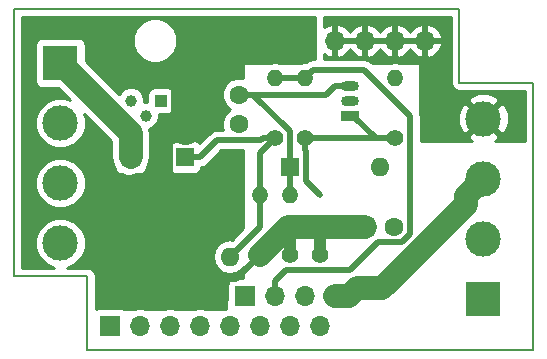
<source format=gtl>
G04 #@! TF.FileFunction,Copper,L1,Top,Signal*
%FSLAX46Y46*%
G04 Gerber Fmt 4.6, Leading zero omitted, Abs format (unit mm)*
G04 Created by KiCad (PCBNEW 4.0.7) date 07/23/18 00:18:48*
%MOMM*%
%LPD*%
G01*
G04 APERTURE LIST*
%ADD10C,0.100000*%
%ADD11C,0.150000*%
%ADD12R,1.600000X1.600000*%
%ADD13C,1.600000*%
%ADD14C,1.000000*%
%ADD15R,1.000000X1.000000*%
%ADD16C,3.000000*%
%ADD17R,3.000000X3.000000*%
%ADD18O,1.600000X1.600000*%
%ADD19O,1.500000X0.900000*%
%ADD20R,1.500000X0.900000*%
%ADD21R,1.500000X1.600000*%
%ADD22R,6.500000X6.700000*%
%ADD23R,3.100000X3.200000*%
%ADD24R,1.700000X1.700000*%
%ADD25O,1.700000X1.700000*%
%ADD26C,1.400000*%
%ADD27O,1.400000X1.400000*%
%ADD28C,0.250000*%
%ADD29C,2.000000*%
%ADD30C,0.500000*%
%ADD31C,1.000000*%
%ADD32C,3.000000*%
%ADD33C,0.254000*%
G04 APERTURE END LIST*
D10*
D11*
X140462000Y-106299000D02*
X140462000Y-83693000D01*
X146685000Y-106299000D02*
X140462000Y-106299000D01*
X146685000Y-112522000D02*
X146685000Y-106299000D01*
X184404000Y-112522000D02*
X146685000Y-112522000D01*
X184404000Y-89916000D02*
X184404000Y-112522000D01*
X178181000Y-89916000D02*
X184404000Y-89916000D01*
X178181000Y-83693000D02*
X178181000Y-89916000D01*
X140462000Y-83693000D02*
X178181000Y-83693000D01*
D12*
X170180000Y-102108000D03*
D13*
X172680000Y-102108000D03*
D14*
X151638000Y-92710000D03*
X150368000Y-91440000D03*
D15*
X152908000Y-91440000D03*
D16*
X144399000Y-93345000D03*
X144399000Y-98425000D03*
D17*
X144399000Y-88265000D03*
D16*
X144399000Y-103505000D03*
D13*
X159512000Y-90932000D03*
X159512000Y-93432000D03*
D12*
X163830000Y-97028000D03*
D18*
X171450000Y-97028000D03*
D12*
X158750000Y-97028000D03*
D18*
X158750000Y-104648000D03*
D16*
X180213000Y-103124000D03*
X180213000Y-98044000D03*
D17*
X180213000Y-108204000D03*
D16*
X180213000Y-92964000D03*
D19*
X168910000Y-91440000D03*
X168910000Y-90170000D03*
D20*
X168910000Y-92710000D03*
D21*
X154940000Y-96240000D03*
X150340000Y-96240000D03*
D22*
X152640000Y-102390000D03*
D23*
X150940000Y-104140000D03*
X154340000Y-100640000D03*
X154340000Y-104140000D03*
X150940000Y-100640000D03*
D24*
X157480000Y-86360000D03*
D25*
X160020000Y-86360000D03*
X162560000Y-86360000D03*
X165100000Y-86360000D03*
X167640000Y-86360000D03*
X170180000Y-86360000D03*
X172720000Y-86360000D03*
X175260000Y-86360000D03*
D24*
X148590000Y-110490000D03*
D25*
X151130000Y-110490000D03*
X153670000Y-110490000D03*
X156210000Y-110490000D03*
X158750000Y-110490000D03*
X161290000Y-110490000D03*
X163830000Y-110490000D03*
X166370000Y-110490000D03*
D24*
X160020000Y-107950000D03*
D25*
X162560000Y-107950000D03*
X165100000Y-107950000D03*
X167640000Y-107950000D03*
D26*
X166370000Y-104521000D03*
D27*
X161290000Y-104521000D03*
D26*
X172720000Y-94615000D03*
D27*
X172720000Y-89535000D03*
D26*
X163830000Y-104521000D03*
D27*
X163830000Y-99441000D03*
D26*
X165100000Y-94615000D03*
D27*
X165100000Y-89535000D03*
D26*
X161290000Y-104521000D03*
D27*
X161290000Y-99441000D03*
D26*
X162560000Y-94615000D03*
D27*
X162560000Y-89535000D03*
D14*
X152654000Y-104190800D03*
X152654000Y-100609400D03*
X154330400Y-102412800D03*
X151003000Y-102438200D03*
X152640000Y-102390000D03*
X150940000Y-100640000D03*
X154340000Y-100640000D03*
X154340000Y-104190000D03*
X150940000Y-104140000D03*
D28*
X158750000Y-97028000D02*
X158750000Y-98078000D01*
X158750000Y-98078000D02*
X156188000Y-100640000D01*
X156188000Y-100640000D02*
X156140000Y-100640000D01*
X156140000Y-100640000D02*
X154340000Y-100640000D01*
D29*
X152889999Y-97028000D02*
X152889999Y-95504000D01*
X152889999Y-95504000D02*
X152889999Y-94399999D01*
D30*
X156699999Y-106549999D02*
X152889999Y-102739999D01*
X152889999Y-102739999D02*
X152889999Y-95504000D01*
X154340000Y-104190000D02*
X154340000Y-104140000D01*
X159261001Y-106549999D02*
X156699999Y-106549999D01*
X156699999Y-106549999D02*
X154340000Y-104190000D01*
D29*
X152889999Y-99189999D02*
X152889999Y-97028000D01*
D30*
X154703200Y-102658600D02*
X152889999Y-100845399D01*
X152889999Y-100845399D02*
X152889999Y-97028000D01*
D31*
X150940000Y-100640000D02*
X150940000Y-100690000D01*
X150940000Y-100690000D02*
X152640000Y-102390000D01*
X154340000Y-100640000D02*
X150940000Y-100640000D01*
X154340000Y-104140000D02*
X154340000Y-100640000D01*
X150940000Y-104140000D02*
X154340000Y-104140000D01*
X152640000Y-102390000D02*
X152640000Y-102440000D01*
X152640000Y-102440000D02*
X150940000Y-104140000D01*
D29*
X152889999Y-94399999D02*
X154948003Y-93639999D01*
X154948003Y-93639999D02*
X153149999Y-94139999D01*
D32*
X157480000Y-86360000D02*
X155208001Y-88631999D01*
X155208001Y-88631999D02*
X155208001Y-93380001D01*
X155208001Y-93380001D02*
X154948003Y-93639999D01*
X150940000Y-100640000D02*
X150940000Y-99040010D01*
X154340000Y-100640000D02*
X154340000Y-99152000D01*
D29*
X170180000Y-102108000D02*
X166116000Y-102108000D01*
X166116000Y-102108000D02*
X163703000Y-102108000D01*
D31*
X166370000Y-104521000D02*
X166370000Y-102362000D01*
X166370000Y-102362000D02*
X166116000Y-102108000D01*
X163830000Y-104521000D02*
X163830000Y-102235000D01*
X163830000Y-102235000D02*
X163703000Y-102108000D01*
D29*
X154340000Y-100640000D02*
X152889999Y-99189999D01*
X180213000Y-98044000D02*
X178713001Y-99543999D01*
X178713001Y-99543999D02*
X178713001Y-100265046D01*
X178713001Y-100265046D02*
X171657036Y-107321011D01*
X171657036Y-107321011D02*
X169471070Y-107321011D01*
X169471070Y-107321011D02*
X168842081Y-107950000D01*
X168842081Y-107950000D02*
X167640000Y-107950000D01*
D30*
X154940000Y-96240000D02*
X156190000Y-96240000D01*
X156190000Y-96240000D02*
X157647999Y-94782001D01*
X161403050Y-94782001D02*
X161570051Y-94615000D01*
X157647999Y-94782001D02*
X161403050Y-94782001D01*
X161570051Y-94615000D02*
X162560000Y-94615000D01*
X161290000Y-99441000D02*
X161290000Y-102108000D01*
X161290000Y-102108000D02*
X158750000Y-104648000D01*
X154940000Y-96290000D02*
X154940000Y-96240000D01*
X161860001Y-95314999D02*
X162560000Y-94615000D01*
X161290000Y-99441000D02*
X161290000Y-95885000D01*
X161290000Y-95885000D02*
X162560000Y-94615000D01*
X163468999Y-105771001D02*
X162560000Y-106680000D01*
X162560000Y-106680000D02*
X162560000Y-107950000D01*
X171261383Y-103458001D02*
X168948383Y-105771001D01*
X168948383Y-105771001D02*
X163468999Y-105771001D01*
X170115001Y-88835001D02*
X165799999Y-88835001D01*
X174030001Y-92750001D02*
X170115001Y-88835001D01*
X165799999Y-88835001D02*
X165100000Y-89535000D01*
X171261383Y-103458001D02*
X173328001Y-103458001D01*
X173328001Y-103458001D02*
X174030001Y-102756001D01*
X174030001Y-102756001D02*
X174030001Y-92750001D01*
X165100000Y-89535000D02*
X162560000Y-89535000D01*
D29*
X150340000Y-96240000D02*
X150340000Y-94206000D01*
X150340000Y-94206000D02*
X144399000Y-88265000D01*
D30*
X168910000Y-90170000D02*
X167660000Y-90170000D01*
X167660000Y-90170000D02*
X166898000Y-90932000D01*
X166898000Y-90932000D02*
X160643370Y-90932000D01*
X160643370Y-90932000D02*
X159512000Y-90932000D01*
X163830000Y-99441000D02*
X163830000Y-97028000D01*
X163830000Y-97028000D02*
X163830000Y-94034998D01*
X163830000Y-94034998D02*
X160727002Y-90932000D01*
X160727002Y-90932000D02*
X160643370Y-90932000D01*
X161290000Y-104521000D02*
X159261001Y-106549999D01*
D29*
X163703000Y-102108000D02*
X161290000Y-104521000D01*
D30*
X171730051Y-94615000D02*
X165100000Y-94615000D01*
X168910000Y-92710000D02*
X169210000Y-92710000D01*
X169210000Y-92710000D02*
X171115000Y-94615000D01*
X171115000Y-94615000D02*
X171730051Y-94615000D01*
X172720000Y-94615000D02*
X171730051Y-94615000D01*
X166370000Y-99441000D02*
X165180001Y-98251001D01*
X165180001Y-98251001D02*
X165180001Y-95684950D01*
X165180001Y-95684950D02*
X165100000Y-95604949D01*
X165100000Y-95604949D02*
X165100000Y-94615000D01*
D33*
G36*
X165989000Y-87950001D02*
X165800004Y-87950001D01*
X165799999Y-87950000D01*
X165461324Y-88017368D01*
X165197971Y-88193334D01*
X165100000Y-88173846D01*
X164641739Y-88265000D01*
X163018261Y-88265000D01*
X162560000Y-88173846D01*
X162101739Y-88265000D01*
X160020000Y-88265000D01*
X159970590Y-88275006D01*
X159928965Y-88303447D01*
X159901685Y-88345841D01*
X159893000Y-88392000D01*
X159893000Y-89536411D01*
X159798691Y-89497250D01*
X159227813Y-89496752D01*
X158700200Y-89714757D01*
X158296176Y-90118077D01*
X158077250Y-90645309D01*
X158076752Y-91216187D01*
X158294757Y-91743800D01*
X158698077Y-92147824D01*
X158779931Y-92181813D01*
X158700200Y-92214757D01*
X158296176Y-92618077D01*
X158077250Y-93145309D01*
X158076752Y-93716187D01*
X158151463Y-93897001D01*
X157648004Y-93897001D01*
X157647999Y-93897000D01*
X157365515Y-93953191D01*
X157309324Y-93964368D01*
X157022209Y-94156211D01*
X157022207Y-94156214D01*
X156168096Y-95010325D01*
X156154090Y-94988559D01*
X155941890Y-94843569D01*
X155690000Y-94792560D01*
X154190000Y-94792560D01*
X153954683Y-94836838D01*
X153738559Y-94975910D01*
X153593569Y-95188110D01*
X153542560Y-95440000D01*
X153542560Y-97040000D01*
X153586838Y-97275317D01*
X153725910Y-97491441D01*
X153938110Y-97636431D01*
X154190000Y-97687440D01*
X155690000Y-97687440D01*
X155925317Y-97643162D01*
X156141441Y-97504090D01*
X156286431Y-97291890D01*
X156325693Y-97098009D01*
X156472484Y-97068810D01*
X156528675Y-97057633D01*
X156815790Y-96865790D01*
X158014578Y-95667001D01*
X159893000Y-95667001D01*
X159893000Y-102253421D01*
X158926438Y-103219983D01*
X158750000Y-103184887D01*
X158200849Y-103294120D01*
X157735302Y-103605189D01*
X157424233Y-104070736D01*
X157315000Y-104619887D01*
X157315000Y-104676113D01*
X157424233Y-105225264D01*
X157735302Y-105690811D01*
X158200849Y-106001880D01*
X158750000Y-106111113D01*
X159299151Y-106001880D01*
X159764698Y-105690811D01*
X159893000Y-105498794D01*
X159893000Y-106452560D01*
X159170000Y-106452560D01*
X158934683Y-106496838D01*
X158847405Y-106553000D01*
X158750000Y-106553000D01*
X158700590Y-106563006D01*
X158658965Y-106591447D01*
X158631685Y-106633841D01*
X158623630Y-106667363D01*
X158611039Y-106793270D01*
X158573569Y-106848110D01*
X158522560Y-107100000D01*
X158522560Y-107678062D01*
X158385525Y-109048406D01*
X158181715Y-109088946D01*
X158175648Y-109093000D01*
X156784352Y-109093000D01*
X156778285Y-109088946D01*
X156210000Y-108975907D01*
X155641715Y-109088946D01*
X155635648Y-109093000D01*
X154244352Y-109093000D01*
X154238285Y-109088946D01*
X153670000Y-108975907D01*
X153101715Y-109088946D01*
X153095648Y-109093000D01*
X151704352Y-109093000D01*
X151698285Y-109088946D01*
X151130000Y-108975907D01*
X150561715Y-109088946D01*
X150555648Y-109093000D01*
X149764235Y-109093000D01*
X149691890Y-109043569D01*
X149440000Y-108992560D01*
X147740000Y-108992560D01*
X147504683Y-109036838D01*
X147417405Y-109093000D01*
X147395000Y-109093000D01*
X147395000Y-106299000D01*
X147340954Y-106027295D01*
X147187046Y-105796954D01*
X146956705Y-105643046D01*
X146685000Y-105589000D01*
X144946140Y-105589000D01*
X145606800Y-105316020D01*
X146207909Y-104715959D01*
X146533628Y-103931541D01*
X146534370Y-103082185D01*
X146210020Y-102297200D01*
X145609959Y-101696091D01*
X144825541Y-101370372D01*
X143976185Y-101369630D01*
X143191200Y-101693980D01*
X142590091Y-102294041D01*
X142264372Y-103078459D01*
X142263630Y-103927815D01*
X142587980Y-104712800D01*
X143188041Y-105313909D01*
X143850533Y-105589000D01*
X141172000Y-105589000D01*
X141172000Y-98847815D01*
X142263630Y-98847815D01*
X142587980Y-99632800D01*
X143188041Y-100233909D01*
X143972459Y-100559628D01*
X144821815Y-100560370D01*
X145606800Y-100236020D01*
X146207909Y-99635959D01*
X146533628Y-98851541D01*
X146534370Y-98002185D01*
X146210020Y-97217200D01*
X145609959Y-96616091D01*
X144825541Y-96290372D01*
X143976185Y-96289630D01*
X143191200Y-96613980D01*
X142590091Y-97214041D01*
X142264372Y-97998459D01*
X142263630Y-98847815D01*
X141172000Y-98847815D01*
X141172000Y-86765000D01*
X142251560Y-86765000D01*
X142251560Y-89765000D01*
X142295838Y-90000317D01*
X142434910Y-90216441D01*
X142647110Y-90361431D01*
X142899000Y-90412440D01*
X144234200Y-90412440D01*
X145178831Y-91357071D01*
X144825541Y-91210372D01*
X143976185Y-91209630D01*
X143191200Y-91533980D01*
X142590091Y-92134041D01*
X142264372Y-92918459D01*
X142263630Y-93767815D01*
X142587980Y-94552800D01*
X143188041Y-95153909D01*
X143972459Y-95479628D01*
X144821815Y-95480370D01*
X145606800Y-95156020D01*
X146207909Y-94555959D01*
X146533628Y-93771541D01*
X146534370Y-92922185D01*
X146386800Y-92565040D01*
X148705000Y-94883239D01*
X148705000Y-96240000D01*
X148829457Y-96865687D01*
X148942560Y-97034958D01*
X148942560Y-97040000D01*
X148986838Y-97275317D01*
X149125910Y-97491441D01*
X149338110Y-97636431D01*
X149590000Y-97687440D01*
X149619872Y-97687440D01*
X149714313Y-97750543D01*
X150340000Y-97875000D01*
X150965687Y-97750543D01*
X151060128Y-97687440D01*
X151090000Y-97687440D01*
X151325317Y-97643162D01*
X151541441Y-97504090D01*
X151686431Y-97291890D01*
X151737440Y-97040000D01*
X151737440Y-97034958D01*
X151850543Y-96865687D01*
X151975000Y-96240000D01*
X151975000Y-94206005D01*
X151975001Y-94206000D01*
X151900160Y-93829750D01*
X152280086Y-93672767D01*
X152599645Y-93353765D01*
X152772803Y-92936756D01*
X152773108Y-92587440D01*
X153408000Y-92587440D01*
X153643317Y-92543162D01*
X153859441Y-92404090D01*
X154004431Y-92191890D01*
X154055440Y-91940000D01*
X154055440Y-90940000D01*
X154011162Y-90704683D01*
X153872090Y-90488559D01*
X153659890Y-90343569D01*
X153408000Y-90292560D01*
X152408000Y-90292560D01*
X152172683Y-90336838D01*
X151956559Y-90475910D01*
X151811569Y-90688110D01*
X151760560Y-90940000D01*
X151760560Y-91575106D01*
X151502883Y-91574881D01*
X151503197Y-91215225D01*
X151330767Y-90797914D01*
X151011765Y-90478355D01*
X150594756Y-90305197D01*
X150143225Y-90304803D01*
X149725914Y-90477233D01*
X149406355Y-90796235D01*
X149358272Y-90912032D01*
X146546440Y-88100200D01*
X146546440Y-86765000D01*
X146539999Y-86730765D01*
X150519754Y-86730765D01*
X150806123Y-87423832D01*
X151335919Y-87954553D01*
X152028485Y-88242132D01*
X152778385Y-88242786D01*
X153471452Y-87956417D01*
X154002173Y-87426621D01*
X154289752Y-86734055D01*
X154290406Y-85984155D01*
X154004037Y-85291088D01*
X153474241Y-84760367D01*
X152781675Y-84472788D01*
X152031775Y-84472134D01*
X151338708Y-84758503D01*
X150807987Y-85288299D01*
X150520408Y-85980865D01*
X150519754Y-86730765D01*
X146539999Y-86730765D01*
X146502162Y-86529683D01*
X146363090Y-86313559D01*
X146150890Y-86168569D01*
X145899000Y-86117560D01*
X142899000Y-86117560D01*
X142663683Y-86161838D01*
X142447559Y-86300910D01*
X142302569Y-86513110D01*
X142251560Y-86765000D01*
X141172000Y-86765000D01*
X141172000Y-84403000D01*
X165989000Y-84403000D01*
X165989000Y-87950001D01*
X165989000Y-87950001D01*
G37*
X165989000Y-87950001D02*
X165800004Y-87950001D01*
X165799999Y-87950000D01*
X165461324Y-88017368D01*
X165197971Y-88193334D01*
X165100000Y-88173846D01*
X164641739Y-88265000D01*
X163018261Y-88265000D01*
X162560000Y-88173846D01*
X162101739Y-88265000D01*
X160020000Y-88265000D01*
X159970590Y-88275006D01*
X159928965Y-88303447D01*
X159901685Y-88345841D01*
X159893000Y-88392000D01*
X159893000Y-89536411D01*
X159798691Y-89497250D01*
X159227813Y-89496752D01*
X158700200Y-89714757D01*
X158296176Y-90118077D01*
X158077250Y-90645309D01*
X158076752Y-91216187D01*
X158294757Y-91743800D01*
X158698077Y-92147824D01*
X158779931Y-92181813D01*
X158700200Y-92214757D01*
X158296176Y-92618077D01*
X158077250Y-93145309D01*
X158076752Y-93716187D01*
X158151463Y-93897001D01*
X157648004Y-93897001D01*
X157647999Y-93897000D01*
X157365515Y-93953191D01*
X157309324Y-93964368D01*
X157022209Y-94156211D01*
X157022207Y-94156214D01*
X156168096Y-95010325D01*
X156154090Y-94988559D01*
X155941890Y-94843569D01*
X155690000Y-94792560D01*
X154190000Y-94792560D01*
X153954683Y-94836838D01*
X153738559Y-94975910D01*
X153593569Y-95188110D01*
X153542560Y-95440000D01*
X153542560Y-97040000D01*
X153586838Y-97275317D01*
X153725910Y-97491441D01*
X153938110Y-97636431D01*
X154190000Y-97687440D01*
X155690000Y-97687440D01*
X155925317Y-97643162D01*
X156141441Y-97504090D01*
X156286431Y-97291890D01*
X156325693Y-97098009D01*
X156472484Y-97068810D01*
X156528675Y-97057633D01*
X156815790Y-96865790D01*
X158014578Y-95667001D01*
X159893000Y-95667001D01*
X159893000Y-102253421D01*
X158926438Y-103219983D01*
X158750000Y-103184887D01*
X158200849Y-103294120D01*
X157735302Y-103605189D01*
X157424233Y-104070736D01*
X157315000Y-104619887D01*
X157315000Y-104676113D01*
X157424233Y-105225264D01*
X157735302Y-105690811D01*
X158200849Y-106001880D01*
X158750000Y-106111113D01*
X159299151Y-106001880D01*
X159764698Y-105690811D01*
X159893000Y-105498794D01*
X159893000Y-106452560D01*
X159170000Y-106452560D01*
X158934683Y-106496838D01*
X158847405Y-106553000D01*
X158750000Y-106553000D01*
X158700590Y-106563006D01*
X158658965Y-106591447D01*
X158631685Y-106633841D01*
X158623630Y-106667363D01*
X158611039Y-106793270D01*
X158573569Y-106848110D01*
X158522560Y-107100000D01*
X158522560Y-107678062D01*
X158385525Y-109048406D01*
X158181715Y-109088946D01*
X158175648Y-109093000D01*
X156784352Y-109093000D01*
X156778285Y-109088946D01*
X156210000Y-108975907D01*
X155641715Y-109088946D01*
X155635648Y-109093000D01*
X154244352Y-109093000D01*
X154238285Y-109088946D01*
X153670000Y-108975907D01*
X153101715Y-109088946D01*
X153095648Y-109093000D01*
X151704352Y-109093000D01*
X151698285Y-109088946D01*
X151130000Y-108975907D01*
X150561715Y-109088946D01*
X150555648Y-109093000D01*
X149764235Y-109093000D01*
X149691890Y-109043569D01*
X149440000Y-108992560D01*
X147740000Y-108992560D01*
X147504683Y-109036838D01*
X147417405Y-109093000D01*
X147395000Y-109093000D01*
X147395000Y-106299000D01*
X147340954Y-106027295D01*
X147187046Y-105796954D01*
X146956705Y-105643046D01*
X146685000Y-105589000D01*
X144946140Y-105589000D01*
X145606800Y-105316020D01*
X146207909Y-104715959D01*
X146533628Y-103931541D01*
X146534370Y-103082185D01*
X146210020Y-102297200D01*
X145609959Y-101696091D01*
X144825541Y-101370372D01*
X143976185Y-101369630D01*
X143191200Y-101693980D01*
X142590091Y-102294041D01*
X142264372Y-103078459D01*
X142263630Y-103927815D01*
X142587980Y-104712800D01*
X143188041Y-105313909D01*
X143850533Y-105589000D01*
X141172000Y-105589000D01*
X141172000Y-98847815D01*
X142263630Y-98847815D01*
X142587980Y-99632800D01*
X143188041Y-100233909D01*
X143972459Y-100559628D01*
X144821815Y-100560370D01*
X145606800Y-100236020D01*
X146207909Y-99635959D01*
X146533628Y-98851541D01*
X146534370Y-98002185D01*
X146210020Y-97217200D01*
X145609959Y-96616091D01*
X144825541Y-96290372D01*
X143976185Y-96289630D01*
X143191200Y-96613980D01*
X142590091Y-97214041D01*
X142264372Y-97998459D01*
X142263630Y-98847815D01*
X141172000Y-98847815D01*
X141172000Y-86765000D01*
X142251560Y-86765000D01*
X142251560Y-89765000D01*
X142295838Y-90000317D01*
X142434910Y-90216441D01*
X142647110Y-90361431D01*
X142899000Y-90412440D01*
X144234200Y-90412440D01*
X145178831Y-91357071D01*
X144825541Y-91210372D01*
X143976185Y-91209630D01*
X143191200Y-91533980D01*
X142590091Y-92134041D01*
X142264372Y-92918459D01*
X142263630Y-93767815D01*
X142587980Y-94552800D01*
X143188041Y-95153909D01*
X143972459Y-95479628D01*
X144821815Y-95480370D01*
X145606800Y-95156020D01*
X146207909Y-94555959D01*
X146533628Y-93771541D01*
X146534370Y-92922185D01*
X146386800Y-92565040D01*
X148705000Y-94883239D01*
X148705000Y-96240000D01*
X148829457Y-96865687D01*
X148942560Y-97034958D01*
X148942560Y-97040000D01*
X148986838Y-97275317D01*
X149125910Y-97491441D01*
X149338110Y-97636431D01*
X149590000Y-97687440D01*
X149619872Y-97687440D01*
X149714313Y-97750543D01*
X150340000Y-97875000D01*
X150965687Y-97750543D01*
X151060128Y-97687440D01*
X151090000Y-97687440D01*
X151325317Y-97643162D01*
X151541441Y-97504090D01*
X151686431Y-97291890D01*
X151737440Y-97040000D01*
X151737440Y-97034958D01*
X151850543Y-96865687D01*
X151975000Y-96240000D01*
X151975000Y-94206005D01*
X151975001Y-94206000D01*
X151900160Y-93829750D01*
X152280086Y-93672767D01*
X152599645Y-93353765D01*
X152772803Y-92936756D01*
X152773108Y-92587440D01*
X153408000Y-92587440D01*
X153643317Y-92543162D01*
X153859441Y-92404090D01*
X154004431Y-92191890D01*
X154055440Y-91940000D01*
X154055440Y-90940000D01*
X154011162Y-90704683D01*
X153872090Y-90488559D01*
X153659890Y-90343569D01*
X153408000Y-90292560D01*
X152408000Y-90292560D01*
X152172683Y-90336838D01*
X151956559Y-90475910D01*
X151811569Y-90688110D01*
X151760560Y-90940000D01*
X151760560Y-91575106D01*
X151502883Y-91574881D01*
X151503197Y-91215225D01*
X151330767Y-90797914D01*
X151011765Y-90478355D01*
X150594756Y-90305197D01*
X150143225Y-90304803D01*
X149725914Y-90477233D01*
X149406355Y-90796235D01*
X149358272Y-90912032D01*
X146546440Y-88100200D01*
X146546440Y-86765000D01*
X146539999Y-86730765D01*
X150519754Y-86730765D01*
X150806123Y-87423832D01*
X151335919Y-87954553D01*
X152028485Y-88242132D01*
X152778385Y-88242786D01*
X153471452Y-87956417D01*
X154002173Y-87426621D01*
X154289752Y-86734055D01*
X154290406Y-85984155D01*
X154004037Y-85291088D01*
X153474241Y-84760367D01*
X152781675Y-84472788D01*
X152031775Y-84472134D01*
X151338708Y-84758503D01*
X150807987Y-85288299D01*
X150520408Y-85980865D01*
X150519754Y-86730765D01*
X146539999Y-86730765D01*
X146502162Y-86529683D01*
X146363090Y-86313559D01*
X146150890Y-86168569D01*
X145899000Y-86117560D01*
X142899000Y-86117560D01*
X142663683Y-86161838D01*
X142447559Y-86300910D01*
X142302569Y-86513110D01*
X142251560Y-86765000D01*
X141172000Y-86765000D01*
X141172000Y-84403000D01*
X165989000Y-84403000D01*
X165989000Y-87950001D01*
G36*
X177471000Y-89916000D02*
X177525046Y-90187705D01*
X177678954Y-90418046D01*
X177909295Y-90571954D01*
X178181000Y-90626000D01*
X183694000Y-90626000D01*
X183694000Y-94869000D01*
X181213128Y-94869000D01*
X181387582Y-94796739D01*
X181547365Y-94477970D01*
X180213000Y-93143605D01*
X178878635Y-94477970D01*
X179038418Y-94796739D01*
X179222756Y-94869000D01*
X174915001Y-94869000D01*
X174915001Y-92750006D01*
X174915002Y-92750001D01*
X174881224Y-92580187D01*
X178070277Y-92580187D01*
X178086503Y-93429387D01*
X178380261Y-94138582D01*
X178699030Y-94298365D01*
X180033395Y-92964000D01*
X180392605Y-92964000D01*
X181726970Y-94298365D01*
X182045739Y-94138582D01*
X182355723Y-93347813D01*
X182339497Y-92498613D01*
X182045739Y-91789418D01*
X181726970Y-91629635D01*
X180392605Y-92964000D01*
X180033395Y-92964000D01*
X178699030Y-91629635D01*
X178380261Y-91789418D01*
X178070277Y-92580187D01*
X174881224Y-92580187D01*
X174879000Y-92569010D01*
X174879000Y-91450030D01*
X178878635Y-91450030D01*
X180213000Y-92784395D01*
X181547365Y-91450030D01*
X181387582Y-91131261D01*
X180596813Y-90821277D01*
X179747613Y-90837503D01*
X179038418Y-91131261D01*
X178878635Y-91450030D01*
X174879000Y-91450030D01*
X174879000Y-88392000D01*
X174868994Y-88342590D01*
X174840553Y-88300965D01*
X174798159Y-88273685D01*
X174752000Y-88265000D01*
X173178261Y-88265000D01*
X172720000Y-88173846D01*
X172261739Y-88265000D01*
X170796580Y-88265000D01*
X170740791Y-88209211D01*
X170687863Y-88173846D01*
X170453676Y-88017368D01*
X170397485Y-88006191D01*
X170115001Y-87950000D01*
X170114996Y-87950001D01*
X166751000Y-87950001D01*
X166751000Y-87520393D01*
X166873076Y-87631645D01*
X167283110Y-87801476D01*
X167513000Y-87680155D01*
X167513000Y-86487000D01*
X167767000Y-86487000D01*
X167767000Y-87680155D01*
X167996890Y-87801476D01*
X168406924Y-87631645D01*
X168835183Y-87241358D01*
X168910000Y-87082046D01*
X168984817Y-87241358D01*
X169413076Y-87631645D01*
X169823110Y-87801476D01*
X170053000Y-87680155D01*
X170053000Y-86487000D01*
X170307000Y-86487000D01*
X170307000Y-87680155D01*
X170536890Y-87801476D01*
X170946924Y-87631645D01*
X171375183Y-87241358D01*
X171450000Y-87082046D01*
X171524817Y-87241358D01*
X171953076Y-87631645D01*
X172363110Y-87801476D01*
X172593000Y-87680155D01*
X172593000Y-86487000D01*
X172847000Y-86487000D01*
X172847000Y-87680155D01*
X173076890Y-87801476D01*
X173486924Y-87631645D01*
X173915183Y-87241358D01*
X173990000Y-87082046D01*
X174064817Y-87241358D01*
X174493076Y-87631645D01*
X174903110Y-87801476D01*
X175133000Y-87680155D01*
X175133000Y-86487000D01*
X175387000Y-86487000D01*
X175387000Y-87680155D01*
X175616890Y-87801476D01*
X176026924Y-87631645D01*
X176455183Y-87241358D01*
X176701486Y-86716892D01*
X176580819Y-86487000D01*
X175387000Y-86487000D01*
X175133000Y-86487000D01*
X172847000Y-86487000D01*
X172593000Y-86487000D01*
X170307000Y-86487000D01*
X170053000Y-86487000D01*
X167767000Y-86487000D01*
X167513000Y-86487000D01*
X167493000Y-86487000D01*
X167493000Y-86233000D01*
X167513000Y-86233000D01*
X167513000Y-85039845D01*
X167767000Y-85039845D01*
X167767000Y-86233000D01*
X170053000Y-86233000D01*
X170053000Y-85039845D01*
X170307000Y-85039845D01*
X170307000Y-86233000D01*
X172593000Y-86233000D01*
X172593000Y-85039845D01*
X172847000Y-85039845D01*
X172847000Y-86233000D01*
X175133000Y-86233000D01*
X175133000Y-85039845D01*
X175387000Y-85039845D01*
X175387000Y-86233000D01*
X176580819Y-86233000D01*
X176701486Y-86003108D01*
X176455183Y-85478642D01*
X176026924Y-85088355D01*
X175616890Y-84918524D01*
X175387000Y-85039845D01*
X175133000Y-85039845D01*
X174903110Y-84918524D01*
X174493076Y-85088355D01*
X174064817Y-85478642D01*
X173990000Y-85637954D01*
X173915183Y-85478642D01*
X173486924Y-85088355D01*
X173076890Y-84918524D01*
X172847000Y-85039845D01*
X172593000Y-85039845D01*
X172363110Y-84918524D01*
X171953076Y-85088355D01*
X171524817Y-85478642D01*
X171450000Y-85637954D01*
X171375183Y-85478642D01*
X170946924Y-85088355D01*
X170536890Y-84918524D01*
X170307000Y-85039845D01*
X170053000Y-85039845D01*
X169823110Y-84918524D01*
X169413076Y-85088355D01*
X168984817Y-85478642D01*
X168910000Y-85637954D01*
X168835183Y-85478642D01*
X168406924Y-85088355D01*
X167996890Y-84918524D01*
X167767000Y-85039845D01*
X167513000Y-85039845D01*
X167283110Y-84918524D01*
X166873076Y-85088355D01*
X166751000Y-85199607D01*
X166751000Y-84403000D01*
X177471000Y-84403000D01*
X177471000Y-89916000D01*
X177471000Y-89916000D01*
G37*
X177471000Y-89916000D02*
X177525046Y-90187705D01*
X177678954Y-90418046D01*
X177909295Y-90571954D01*
X178181000Y-90626000D01*
X183694000Y-90626000D01*
X183694000Y-94869000D01*
X181213128Y-94869000D01*
X181387582Y-94796739D01*
X181547365Y-94477970D01*
X180213000Y-93143605D01*
X178878635Y-94477970D01*
X179038418Y-94796739D01*
X179222756Y-94869000D01*
X174915001Y-94869000D01*
X174915001Y-92750006D01*
X174915002Y-92750001D01*
X174881224Y-92580187D01*
X178070277Y-92580187D01*
X178086503Y-93429387D01*
X178380261Y-94138582D01*
X178699030Y-94298365D01*
X180033395Y-92964000D01*
X180392605Y-92964000D01*
X181726970Y-94298365D01*
X182045739Y-94138582D01*
X182355723Y-93347813D01*
X182339497Y-92498613D01*
X182045739Y-91789418D01*
X181726970Y-91629635D01*
X180392605Y-92964000D01*
X180033395Y-92964000D01*
X178699030Y-91629635D01*
X178380261Y-91789418D01*
X178070277Y-92580187D01*
X174881224Y-92580187D01*
X174879000Y-92569010D01*
X174879000Y-91450030D01*
X178878635Y-91450030D01*
X180213000Y-92784395D01*
X181547365Y-91450030D01*
X181387582Y-91131261D01*
X180596813Y-90821277D01*
X179747613Y-90837503D01*
X179038418Y-91131261D01*
X178878635Y-91450030D01*
X174879000Y-91450030D01*
X174879000Y-88392000D01*
X174868994Y-88342590D01*
X174840553Y-88300965D01*
X174798159Y-88273685D01*
X174752000Y-88265000D01*
X173178261Y-88265000D01*
X172720000Y-88173846D01*
X172261739Y-88265000D01*
X170796580Y-88265000D01*
X170740791Y-88209211D01*
X170687863Y-88173846D01*
X170453676Y-88017368D01*
X170397485Y-88006191D01*
X170115001Y-87950000D01*
X170114996Y-87950001D01*
X166751000Y-87950001D01*
X166751000Y-87520393D01*
X166873076Y-87631645D01*
X167283110Y-87801476D01*
X167513000Y-87680155D01*
X167513000Y-86487000D01*
X167767000Y-86487000D01*
X167767000Y-87680155D01*
X167996890Y-87801476D01*
X168406924Y-87631645D01*
X168835183Y-87241358D01*
X168910000Y-87082046D01*
X168984817Y-87241358D01*
X169413076Y-87631645D01*
X169823110Y-87801476D01*
X170053000Y-87680155D01*
X170053000Y-86487000D01*
X170307000Y-86487000D01*
X170307000Y-87680155D01*
X170536890Y-87801476D01*
X170946924Y-87631645D01*
X171375183Y-87241358D01*
X171450000Y-87082046D01*
X171524817Y-87241358D01*
X171953076Y-87631645D01*
X172363110Y-87801476D01*
X172593000Y-87680155D01*
X172593000Y-86487000D01*
X172847000Y-86487000D01*
X172847000Y-87680155D01*
X173076890Y-87801476D01*
X173486924Y-87631645D01*
X173915183Y-87241358D01*
X173990000Y-87082046D01*
X174064817Y-87241358D01*
X174493076Y-87631645D01*
X174903110Y-87801476D01*
X175133000Y-87680155D01*
X175133000Y-86487000D01*
X175387000Y-86487000D01*
X175387000Y-87680155D01*
X175616890Y-87801476D01*
X176026924Y-87631645D01*
X176455183Y-87241358D01*
X176701486Y-86716892D01*
X176580819Y-86487000D01*
X175387000Y-86487000D01*
X175133000Y-86487000D01*
X172847000Y-86487000D01*
X172593000Y-86487000D01*
X170307000Y-86487000D01*
X170053000Y-86487000D01*
X167767000Y-86487000D01*
X167513000Y-86487000D01*
X167493000Y-86487000D01*
X167493000Y-86233000D01*
X167513000Y-86233000D01*
X167513000Y-85039845D01*
X167767000Y-85039845D01*
X167767000Y-86233000D01*
X170053000Y-86233000D01*
X170053000Y-85039845D01*
X170307000Y-85039845D01*
X170307000Y-86233000D01*
X172593000Y-86233000D01*
X172593000Y-85039845D01*
X172847000Y-85039845D01*
X172847000Y-86233000D01*
X175133000Y-86233000D01*
X175133000Y-85039845D01*
X175387000Y-85039845D01*
X175387000Y-86233000D01*
X176580819Y-86233000D01*
X176701486Y-86003108D01*
X176455183Y-85478642D01*
X176026924Y-85088355D01*
X175616890Y-84918524D01*
X175387000Y-85039845D01*
X175133000Y-85039845D01*
X174903110Y-84918524D01*
X174493076Y-85088355D01*
X174064817Y-85478642D01*
X173990000Y-85637954D01*
X173915183Y-85478642D01*
X173486924Y-85088355D01*
X173076890Y-84918524D01*
X172847000Y-85039845D01*
X172593000Y-85039845D01*
X172363110Y-84918524D01*
X171953076Y-85088355D01*
X171524817Y-85478642D01*
X171450000Y-85637954D01*
X171375183Y-85478642D01*
X170946924Y-85088355D01*
X170536890Y-84918524D01*
X170307000Y-85039845D01*
X170053000Y-85039845D01*
X169823110Y-84918524D01*
X169413076Y-85088355D01*
X168984817Y-85478642D01*
X168910000Y-85637954D01*
X168835183Y-85478642D01*
X168406924Y-85088355D01*
X167996890Y-84918524D01*
X167767000Y-85039845D01*
X167513000Y-85039845D01*
X167283110Y-84918524D01*
X166873076Y-85088355D01*
X166751000Y-85199607D01*
X166751000Y-84403000D01*
X177471000Y-84403000D01*
X177471000Y-89916000D01*
M02*

</source>
